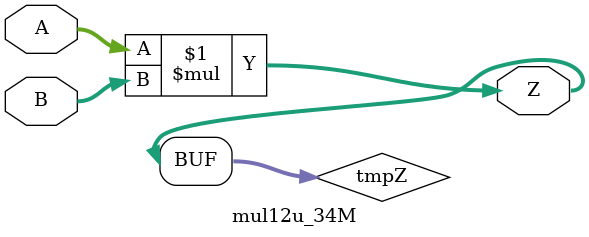
<source format=v>
/***
* This code is a part of EvoApproxLib library (ehw.fit.vutbr.cz/approxlib) distributed under The MIT License.
* When used, please cite the following article(s): PRABAKARAN B. S., MRAZEK V., VASICEK Z., SEKANINA L., SHAFIQUE M. ApproxFPGAs: Embracing ASIC-based Approximate Arithmetic Components for FPGA-Based Systems. DAC 2020. 
***/
// MAE% = 0.00 %
// MAE = 0 
// WCE% = 0.00 %
// WCE = 0 
// WCRE% = 0.00 %
// EP% = 0.00 %
// MRE% = 0.00 %
// MSE = 0 
// FPGA_POWER = 1.9
// FPGA_DELAY = 12
// FPGA_LUT = 161



module mul12u_34M(
	A, 
	B,
	Z
);

input [12-1:0] A;
input [12-1:0] B;
output [2*12-1:0] Z;

wire [2*(12-0)-1:0] tmpZ;
assign tmpZ = A[12-1:0] * B[12-1:0];
assign Z = tmpZ;
endmodule


</source>
